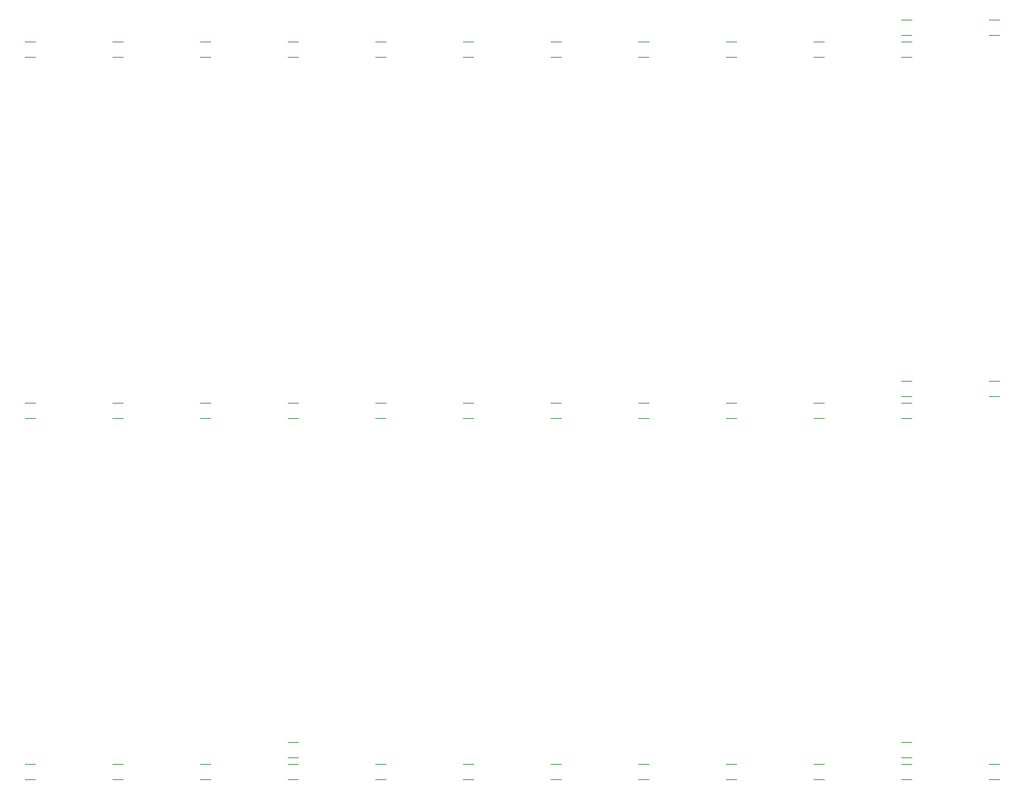
<source format=gbo>
G04 #@! TF.GenerationSoftware,KiCad,Pcbnew,(5.1.2)-2*
G04 #@! TF.CreationDate,2022-11-28T00:10:08+09:00*
G04 #@! TF.ProjectId,manufacture,6d616e75-6661-4637-9475-72652e6b6963,rev?*
G04 #@! TF.SameCoordinates,Original*
G04 #@! TF.FileFunction,Legend,Bot*
G04 #@! TF.FilePolarity,Positive*
%FSLAX46Y46*%
G04 Gerber Fmt 4.6, Leading zero omitted, Abs format (unit mm)*
G04 Created by KiCad (PCBNEW (5.1.2)-2) date 2022-11-28 00:10:08*
%MOMM*%
%LPD*%
G04 APERTURE LIST*
%ADD10C,0.120000*%
G04 APERTURE END LIST*
D10*
X146652064Y-58060000D02*
X145447936Y-58060000D01*
X146652064Y-56240000D02*
X145447936Y-56240000D01*
X156812064Y-58060000D02*
X155607936Y-58060000D01*
X156812064Y-56240000D02*
X155607936Y-56240000D01*
X145447936Y-58780000D02*
X146652064Y-58780000D01*
X145447936Y-60600000D02*
X146652064Y-60600000D01*
X125127936Y-58780000D02*
X126332064Y-58780000D01*
X125127936Y-60600000D02*
X126332064Y-60600000D01*
X114967936Y-58780000D02*
X116172064Y-58780000D01*
X114967936Y-60600000D02*
X116172064Y-60600000D01*
X104807936Y-58780000D02*
X106012064Y-58780000D01*
X104807936Y-60600000D02*
X106012064Y-60600000D01*
X94647936Y-58780000D02*
X95852064Y-58780000D01*
X94647936Y-60600000D02*
X95852064Y-60600000D01*
X84487936Y-58780000D02*
X85692064Y-58780000D01*
X84487936Y-60600000D02*
X85692064Y-60600000D01*
X74327936Y-58780000D02*
X75532064Y-58780000D01*
X74327936Y-60600000D02*
X75532064Y-60600000D01*
X64167936Y-58780000D02*
X65372064Y-58780000D01*
X64167936Y-60600000D02*
X65372064Y-60600000D01*
X54007936Y-58780000D02*
X55212064Y-58780000D01*
X54007936Y-60600000D02*
X55212064Y-60600000D01*
X43847936Y-58780000D02*
X45052064Y-58780000D01*
X43847936Y-60600000D02*
X45052064Y-60600000D01*
X135287936Y-58780000D02*
X136492064Y-58780000D01*
X135287936Y-60600000D02*
X136492064Y-60600000D01*
X146652064Y-99970000D02*
X145447936Y-99970000D01*
X146652064Y-98150000D02*
X145447936Y-98150000D01*
X156812064Y-99970000D02*
X155607936Y-99970000D01*
X156812064Y-98150000D02*
X155607936Y-98150000D01*
X145447936Y-100690000D02*
X146652064Y-100690000D01*
X145447936Y-102510000D02*
X146652064Y-102510000D01*
X125127936Y-100690000D02*
X126332064Y-100690000D01*
X125127936Y-102510000D02*
X126332064Y-102510000D01*
X114967936Y-100690000D02*
X116172064Y-100690000D01*
X114967936Y-102510000D02*
X116172064Y-102510000D01*
X104807936Y-100690000D02*
X106012064Y-100690000D01*
X104807936Y-102510000D02*
X106012064Y-102510000D01*
X94647936Y-100690000D02*
X95852064Y-100690000D01*
X94647936Y-102510000D02*
X95852064Y-102510000D01*
X84487936Y-100690000D02*
X85692064Y-100690000D01*
X84487936Y-102510000D02*
X85692064Y-102510000D01*
X74327936Y-100690000D02*
X75532064Y-100690000D01*
X74327936Y-102510000D02*
X75532064Y-102510000D01*
X64167936Y-100690000D02*
X65372064Y-100690000D01*
X64167936Y-102510000D02*
X65372064Y-102510000D01*
X54007936Y-100690000D02*
X55212064Y-100690000D01*
X54007936Y-102510000D02*
X55212064Y-102510000D01*
X43847936Y-100690000D02*
X45052064Y-100690000D01*
X43847936Y-102510000D02*
X45052064Y-102510000D01*
X135287936Y-100690000D02*
X136492064Y-100690000D01*
X135287936Y-102510000D02*
X136492064Y-102510000D01*
X155607936Y-142600000D02*
X156812064Y-142600000D01*
X155607936Y-144420000D02*
X156812064Y-144420000D01*
X145447936Y-142600000D02*
X146652064Y-142600000D01*
X145447936Y-144420000D02*
X146652064Y-144420000D01*
X146652064Y-141880000D02*
X145447936Y-141880000D01*
X146652064Y-140060000D02*
X145447936Y-140060000D01*
X125127936Y-142600000D02*
X126332064Y-142600000D01*
X125127936Y-144420000D02*
X126332064Y-144420000D01*
X114967936Y-142600000D02*
X116172064Y-142600000D01*
X114967936Y-144420000D02*
X116172064Y-144420000D01*
X43847936Y-142600000D02*
X45052064Y-142600000D01*
X43847936Y-144420000D02*
X45052064Y-144420000D01*
X54007936Y-142600000D02*
X55212064Y-142600000D01*
X54007936Y-144420000D02*
X55212064Y-144420000D01*
X104807936Y-142600000D02*
X106012064Y-142600000D01*
X104807936Y-144420000D02*
X106012064Y-144420000D01*
X64167936Y-142600000D02*
X65372064Y-142600000D01*
X64167936Y-144420000D02*
X65372064Y-144420000D01*
X94647936Y-142600000D02*
X95852064Y-142600000D01*
X94647936Y-144420000D02*
X95852064Y-144420000D01*
X74327936Y-142600000D02*
X75532064Y-142600000D01*
X74327936Y-144420000D02*
X75532064Y-144420000D01*
X84487936Y-142600000D02*
X85692064Y-142600000D01*
X84487936Y-144420000D02*
X85692064Y-144420000D01*
X75532064Y-141880000D02*
X74327936Y-141880000D01*
X75532064Y-140060000D02*
X74327936Y-140060000D01*
X135287936Y-142600000D02*
X136492064Y-142600000D01*
X135287936Y-144420000D02*
X136492064Y-144420000D01*
M02*

</source>
